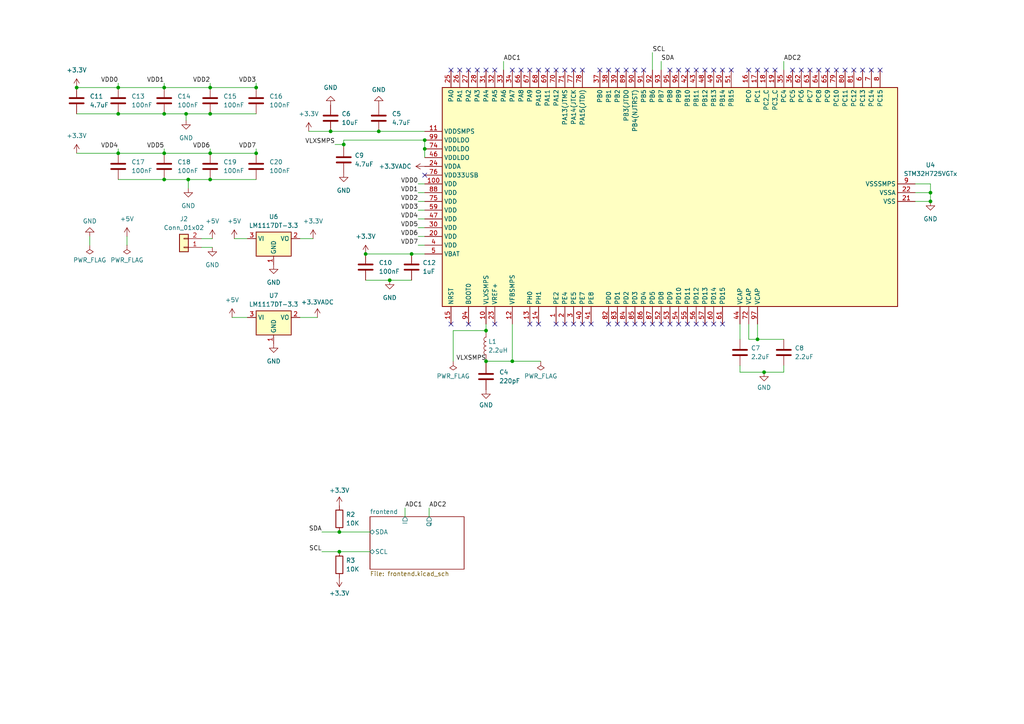
<source format=kicad_sch>
(kicad_sch (version 20230121) (generator eeschema)
  (paper "A4")
  (lib_symbols
    (symbol "Connector_Generic:Conn_01x02" (pin_names (offset 1.016) hide)
      (property "Reference" "J" (at 0 2.54 0))
      (property "Value" "Conn_01x02" (at 0 -5.08 0))
      (symbol "Conn_01x02_1_1"
        (rectangle (start -1.27 -2.413) (end 0 -2.667) (stroke (width 0.1524)))
        (rectangle (start -1.27 0.127) (end 0 -0.127) (stroke (width 0.1524)))
        (rectangle (start -1.27 1.27) (end 1.27 -3.81) (stroke (width 0.254)) (fill (type background)))
        (pin passive line (at -5.08 0 0) (length 3.81) (name "Pin_1") (number "1"))
        (pin passive line (at -5.08 -2.54 0) (length 3.81) (name "Pin_2") (number "2"))
      )
    )
    (symbol "Device:C" (pin_numbers hide) (pin_names (offset 0.254))
      (property "Reference" "C" (at 0.635 2.54 0))
      (property "Value" "C" (at 0.635 -2.54 0))
      (symbol "C_0_1"
        (polyline (pts (xy -2.032 -0.762) (xy 2.032 -0.762)) (stroke (width 0.508)))
        (polyline (pts (xy -2.032 0.762) (xy 2.032 0.762)) (stroke (width 0.508)))
      )
      (symbol "C_1_1"
        (pin passive line (at 0 3.81 270) (length 2.794) (name "~") (number "1"))
        (pin passive line (at 0 -3.81 90) (length 2.794) (name "~") (number "2"))
      )
    )
    (symbol "Device:L" (pin_numbers hide) (pin_names (offset 1.016) hide)
      (property "Reference" "L" (at -1.27 0 90))
      (property "Value" "L" (at 1.905 0 90))
      (symbol "L_0_1"
        (arc (start 0 -2.54) (mid 0.6323 -1.905) (end 0 -1.27))
        (arc (start 0 -1.27) (mid 0.6323 -0.635) (end 0 0))
        (arc (start 0 0) (mid 0.6323 0.635) (end 0 1.27))
        (arc (start 0 1.27) (mid 0.6323 1.905) (end 0 2.54))
      )
      (symbol "L_1_1"
        (pin passive line (at 0 3.81 270) (length 1.27) (name "1") (number "1"))
        (pin passive line (at 0 -3.81 90) (length 1.27) (name "2") (number "2"))
      )
    )
    (symbol "Device:R" (pin_numbers hide) (pin_names (offset 0))
      (property "Reference" "R" (at 2.032 0 90))
      (property "Value" "R" (at 0 0 90))
      (symbol "R_0_1"
        (rectangle (start -1.016 -2.54) (end 1.016 2.54) (stroke (width 0.254)))
      )
      (symbol "R_1_1"
        (pin passive line (at 0 3.81 270) (length 1.27) (name "~") (number "1"))
        (pin passive line (at 0 -3.81 90) (length 1.27) (name "~") (number "2"))
      )
    )
    (symbol "MCU_ST_STM32H7:STM32H725VGTx"
      (property "Reference" "U" (at -30.48 67.31 0))
      (property "Value" "STM32H725VGTx" (at 22.86 67.31 0))
      (symbol "STM32H725VGTx_0_1"
        (rectangle (start -30.48 -66.04) (end 33.02 66.04) (stroke (width 0.254)) (fill (type background)))
      )
      (symbol "STM32H725VGTx_1_1"
        (pin bidirectional line (at -35.56 33.02 0) (length 5.08) (name "PE2") (number "1"))
        (pin power_in line (at -35.56 53.34 0) (length 5.08) (name "VLXSMPS") (number "10"))
        (pin power_in line (at 5.08 71.12 270) (length 5.08) (name "VDD") (number "100"))
        (pin power_in line (at 20.32 71.12 270) (length 5.08) (name "VDDSMPS") (number "11"))
        (pin input line (at -35.56 45.72 0) (length 5.08) (name "VFBSMPS") (number "12"))
        (pin bidirectional line (at -35.56 40.64 0) (length 5.08) (name "PH0") (number "13"))
        (pin bidirectional line (at -35.56 38.1 0) (length 5.08) (name "PH1") (number "14"))
        (pin input line (at -35.56 63.5 0) (length 5.08) (name "NRST") (number "15"))
        (pin bidirectional line (at 38.1 -22.86 180) (length 5.08) (name "PC0") (number "16"))
        (pin bidirectional line (at 38.1 -25.4 180) (length 5.08) (name "PC1") (number "17"))
        (pin bidirectional line (at 38.1 -27.94 180) (length 5.08) (name "PC2_C") (number "18"))
        (pin bidirectional line (at 38.1 -30.48 180) (length 5.08) (name "PC3_C") (number "19"))
        (pin bidirectional line (at -35.56 30.48 0) (length 5.08) (name "PE4") (number "2"))
        (pin power_in line (at -10.16 71.12 270) (length 5.08) (name "VDD") (number "20"))
        (pin power_in line (at 0 -71.12 90) (length 5.08) (name "VSS") (number "21"))
        (pin power_in line (at 2.54 -71.12 90) (length 5.08) (name "VSSA") (number "22"))
        (pin input line (at -35.56 50.8 0) (length 5.08) (name "VREF+") (number "23"))
        (pin power_in line (at 10.16 71.12 270) (length 5.08) (name "VDDA") (number "24"))
        (pin bidirectional line (at 38.1 63.5 180) (length 5.08) (name "PA0") (number "25"))
        (pin bidirectional line (at 38.1 60.96 180) (length 5.08) (name "PA1") (number "26"))
        (pin bidirectional line (at 38.1 58.42 180) (length 5.08) (name "PA2") (number "27"))
        (pin bidirectional line (at 38.1 55.88 180) (length 5.08) (name "PA3") (number "28"))
        (pin passive line (at 0 -71.12 90) (length 5.08) hide (name "VSS") (number "29"))
        (pin bidirectional line (at -35.56 27.94 0) (length 5.08) (name "PE5") (number "3"))
        (pin power_in line (at -7.62 71.12 270) (length 5.08) (name "VDD") (number "30"))
        (pin bidirectional line (at 38.1 53.34 180) (length 5.08) (name "PA4") (number "31"))
        (pin bidirectional line (at 38.1 50.8 180) (length 5.08) (name "PA5") (number "32"))
        (pin bidirectional line (at 38.1 48.26 180) (length 5.08) (name "PA6") (number "33"))
        (pin bidirectional line (at 38.1 45.72 180) (length 5.08) (name "PA7") (number "34"))
        (pin bidirectional line (at 38.1 -33.02 180) (length 5.08) (name "PC4") (number "35"))
        (pin bidirectional line (at 38.1 -35.56 180) (length 5.08) (name "PC5") (number "36"))
        (pin bidirectional line (at 38.1 20.32 180) (length 5.08) (name "PB0") (number "37"))
        (pin bidirectional line (at 38.1 17.78 180) (length 5.08) (name "PB1") (number "38"))
        (pin bidirectional line (at 38.1 15.24 180) (length 5.08) (name "PB2") (number "39"))
        (pin power_in line (at -12.7 71.12 270) (length 5.08) (name "VDD") (number "4"))
        (pin bidirectional line (at -35.56 25.4 0) (length 5.08) (name "PE7") (number "40"))
        (pin bidirectional line (at -35.56 22.86 0) (length 5.08) (name "PE8") (number "41"))
        (pin bidirectional line (at 38.1 -5.08 180) (length 5.08) (name "PB10") (number "42"))
        (pin bidirectional line (at 38.1 -7.62 180) (length 5.08) (name "PB11") (number "43"))
        (pin power_out line (at -35.56 -20.32 0) (length 5.08) (name "VCAP") (number "44"))
        (pin passive line (at 0 -71.12 90) (length 5.08) hide (name "VSS") (number "45"))
        (pin power_in line (at 12.7 71.12 270) (length 5.08) (name "VDDLDO") (number "46"))
        (pin power_in line (at -5.08 71.12 270) (length 5.08) (name "VDD") (number "47"))
        (pin bidirectional line (at 38.1 -10.16 180) (length 5.08) (name "PB12") (number "48"))
        (pin bidirectional line (at 38.1 -12.7 180) (length 5.08) (name "PB13") (number "49"))
        (pin power_in line (at -15.24 71.12 270) (length 5.08) (name "VBAT") (number "5"))
        (pin bidirectional line (at 38.1 -15.24 180) (length 5.08) (name "PB14") (number "50"))
        (pin bidirectional line (at 38.1 -17.78 180) (length 5.08) (name "PB15") (number "51"))
        (pin bidirectional line (at -35.56 2.54 0) (length 5.08) (name "PD8") (number "52"))
        (pin bidirectional line (at -35.56 0 0) (length 5.08) (name "PD9") (number "53"))
        (pin bidirectional line (at -35.56 -2.54 0) (length 5.08) (name "PD10") (number "54"))
        (pin bidirectional line (at -35.56 -5.08 0) (length 5.08) (name "PD11") (number "55"))
        (pin bidirectional line (at -35.56 -7.62 0) (length 5.08) (name "PD12") (number "56"))
        (pin bidirectional line (at -35.56 -10.16 0) (length 5.08) (name "PD13") (number "57"))
        (pin passive line (at 0 -71.12 90) (length 5.08) hide (name "VSS") (number "58"))
        (pin power_in line (at -2.54 71.12 270) (length 5.08) (name "VDD") (number "59"))
        (pin bidirectional line (at 38.1 -55.88 180) (length 5.08) (name "PC13") (number "6"))
        (pin bidirectional line (at -35.56 -12.7 0) (length 5.08) (name "PD14") (number "60"))
        (pin bidirectional line (at -35.56 -15.24 0) (length 5.08) (name "PD15") (number "61"))
        (pin bidirectional line (at 38.1 -38.1 180) (length 5.08) (name "PC6") (number "62"))
        (pin bidirectional line (at 38.1 -40.64 180) (length 5.08) (name "PC7") (number "63"))
        (pin bidirectional line (at 38.1 -43.18 180) (length 5.08) (name "PC8") (number "64"))
        (pin bidirectional line (at 38.1 -45.72 180) (length 5.08) (name "PC9") (number "65"))
        (pin bidirectional line (at 38.1 43.18 180) (length 5.08) (name "PA8") (number "66"))
        (pin bidirectional line (at 38.1 40.64 180) (length 5.08) (name "PA9") (number "67"))
        (pin bidirectional line (at 38.1 38.1 180) (length 5.08) (name "PA10") (number "68"))
        (pin bidirectional line (at 38.1 35.56 180) (length 5.08) (name "PA11") (number "69"))
        (pin bidirectional line (at 38.1 -58.42 180) (length 5.08) (name "PC14") (number "7"))
        (pin bidirectional line (at 38.1 33.02 180) (length 5.08) (name "PA12") (number "70"))
        (pin bidirectional line (at 38.1 30.48 180) (length 5.08) (name "PA13(JTMS") (number "71"))
        (pin power_out line (at -35.56 -22.86 0) (length 5.08) (name "VCAP") (number "72"))
        (pin passive line (at 0 -71.12 90) (length 5.08) hide (name "VSS") (number "73"))
        (pin power_in line (at 15.24 71.12 270) (length 5.08) (name "VDDLDO") (number "74"))
        (pin power_in line (at 0 71.12 270) (length 5.08) (name "VDD") (number "75"))
        (pin power_in line (at 7.62 71.12 270) (length 5.08) (name "VDD33USB") (number "76"))
        (pin bidirectional line (at 38.1 27.94 180) (length 5.08) (name "PA14(JTCK") (number "77"))
        (pin bidirectional line (at 38.1 25.4 180) (length 5.08) (name "PA15(JTDI)") (number "78"))
        (pin bidirectional line (at 38.1 -48.26 180) (length 5.08) (name "PC10") (number "79"))
        (pin bidirectional line (at 38.1 -60.96 180) (length 5.08) (name "PC15") (number "8"))
        (pin bidirectional line (at 38.1 -50.8 180) (length 5.08) (name "PC11") (number "80"))
        (pin bidirectional line (at 38.1 -53.34 180) (length 5.08) (name "PC12") (number "81"))
        (pin bidirectional line (at -35.56 17.78 0) (length 5.08) (name "PD0") (number "82"))
        (pin bidirectional line (at -35.56 15.24 0) (length 5.08) (name "PD1") (number "83"))
        (pin bidirectional line (at -35.56 12.7 0) (length 5.08) (name "PD2") (number "84"))
        (pin bidirectional line (at -35.56 10.16 0) (length 5.08) (name "PD3") (number "85"))
        (pin bidirectional line (at -35.56 7.62 0) (length 5.08) (name "PD4") (number "86"))
        (pin bidirectional line (at -35.56 5.08 0) (length 5.08) (name "PD5") (number "87"))
        (pin power_in line (at 2.54 71.12 270) (length 5.08) (name "VDD") (number "88"))
        (pin bidirectional line (at 38.1 12.7 180) (length 5.08) (name "PB3(JTDO") (number "89"))
        (pin power_in line (at 5.08 -71.12 90) (length 5.08) (name "VSSSMPS") (number "9"))
        (pin bidirectional line (at 38.1 10.16 180) (length 5.08) (name "PB4(NJTRST)") (number "90"))
        (pin bidirectional line (at 38.1 7.62 180) (length 5.08) (name "PB5") (number "91"))
        (pin bidirectional line (at 38.1 5.08 180) (length 5.08) (name "PB6") (number "92"))
        (pin bidirectional line (at 38.1 2.54 180) (length 5.08) (name "PB7") (number "93"))
        (pin input line (at -35.56 58.42 0) (length 5.08) (name "BOOT0") (number "94"))
        (pin bidirectional line (at 38.1 0 180) (length 5.08) (name "PB8") (number "95"))
        (pin bidirectional line (at 38.1 -2.54 180) (length 5.08) (name "PB9") (number "96"))
        (pin power_out line (at -35.56 -25.4 0) (length 5.08) (name "VCAP") (number "97"))
        (pin passive line (at 0 -71.12 90) (length 5.08) hide (name "VSS") (number "98"))
        (pin power_in line (at 17.78 71.12 270) (length 5.08) (name "VDDLDO") (number "99"))
      )
    )
    (symbol "Regulator_Linear:LM1117DT-3.3"
      (property "Reference" "U" (at -3.81 3.175 0))
      (property "Value" "LM1117DT-3.3" (at 0 3.175 0))
      (symbol "LM1117DT-3.3_0_1"
        (rectangle (start -5.08 -5.08) (end 5.08 1.905) (stroke (width 0.254)) (fill (type background)))
      )
      (symbol "LM1117DT-3.3_1_1"
        (pin power_in line (at 0 -7.62 90) (length 2.54) (name "GND") (number "1"))
        (pin power_out line (at 7.62 0 180) (length 2.54) (name "VO") (number "2"))
        (pin power_in line (at -7.62 0 0) (length 2.54) (name "VI") (number "3"))
      )
    )
    (symbol "power:+3.3V" (power) (pin_names (offset 0))
      (property "Value" "+3.3V" (at 0 3.556 0))
      (symbol "+3.3V_0_1"
        (polyline (pts (xy -0.762 1.27) (xy 0 2.54)))
        (polyline (pts (xy 0 0) (xy 0 2.54)))
        (polyline (pts (xy 0 2.54) (xy 0.762 1.27)))
      )
      (symbol "+3.3V_1_1"
        (pin power_in line (at 0 0 90) (length 0) hide (name "+3.3V") (number "1"))
      )
    )
    (symbol "power:+3.3VADC" (power) (pin_names (offset 0))
      (property "Value" "+3.3VADC" (at 0 2.54 0))
      (symbol "+3.3VADC_0_0"
        (pin power_in line (at 0 0 90) (length 0) hide (name "+3.3VADC") (number "1"))
      )
      (symbol "+3.3VADC_0_1"
        (polyline (pts (xy -0.762 1.27) (xy 0 2.54)))
        (polyline (pts (xy 0 0) (xy 0 2.54)))
        (polyline (pts (xy 0 2.54) (xy 0.762 1.27)))
      )
    )
    (symbol "power:+5V" (power) (pin_names (offset 0))
      (property "Value" "+5V" (at 0 3.556 0))
      (symbol "+5V_0_1"
        (polyline (pts (xy -0.762 1.27) (xy 0 2.54)))
        (polyline (pts (xy 0 0) (xy 0 2.54)))
        (polyline (pts (xy 0 2.54) (xy 0.762 1.27)))
      )
      (symbol "+5V_1_1"
        (pin power_in line (at 0 0 90) (length 0) hide (name "+5V") (number "1"))
      )
    )
    (symbol "power:GND" (power) (pin_names (offset 0))
      (property "Value" "GND" (at 0 -3.81 0))
      (symbol "GND_0_1"
        (polyline (pts (xy 0 0) (xy 0 -1.27) (xy 1.27 -1.27) (xy 0 -2.54) (xy -1.27 -1.27) (xy 0 -1.27)))
      )
      (symbol "GND_1_1"
        (pin power_in line (at 0 0 270) (length 0) hide (name "GND") (number "1"))
      )
    )
    (symbol "power:PWR_FLAG" (power) (pin_numbers hide) (pin_names (offset 0) hide)
      (property "Value" "PWR_FLAG" (at 0 3.81 0))
      (symbol "PWR_FLAG_0_0"
        (pin power_out line (at 0 0 90) (length 0) (name "pwr") (number "1"))
      )
      (symbol "PWR_FLAG_0_1"
        (polyline (pts (xy 0 0) (xy 0 1.27) (xy -1.016 1.905) (xy 0 2.54) (xy 1.016 1.905) (xy 0 1.27)))
      )
    )
  )
  (junction (at 140.97 104.775))
  (junction (at 47.625 44.45))
  (junction (at 34.29 33.02))
  (junction (at 60.96 25.4))
  (junction (at 95.885 38.1))
  (junction (at 54.61 52.07))
  (junction (at 219.71 98.425))
  (junction (at 98.425 154.305))
  (junction (at 113.03 81.28))
  (junction (at 99.695 41.91))
  (junction (at 47.625 52.07))
  (junction (at 74.295 44.45))
  (junction (at 74.295 25.4))
  (junction (at 47.625 33.02))
  (junction (at 221.615 107.95))
  (junction (at 22.225 25.4))
  (junction (at 60.96 33.02))
  (junction (at 60.96 44.45))
  (junction (at 60.96 52.07))
  (junction (at 34.29 44.45))
  (junction (at 47.625 25.4))
  (junction (at 106.045 73.66))
  (junction (at 53.975 33.02))
  (junction (at 148.59 104.775))
  (junction (at 123.19 43.18))
  (junction (at 123.19 40.64))
  (junction (at 140.97 95.885))
  (junction (at 98.425 160.02))
  (junction (at 269.875 55.88))
  (junction (at 119.38 73.66))
  (junction (at 34.29 25.4))
  (junction (at 269.875 58.42))
  (junction (at 109.855 38.1))
  (no_connect (at 186.69 20.32))
  (no_connect (at 199.39 93.98))
  (no_connect (at 207.01 93.98))
  (no_connect (at 194.31 93.98))
  (no_connect (at 189.23 93.98))
  (no_connect (at 204.47 93.98))
  (no_connect (at 133.35 20.32))
  (no_connect (at 173.99 20.32))
  (no_connect (at 194.31 20.32))
  (no_connect (at 153.67 20.32))
  (no_connect (at 222.25 20.32))
  (no_connect (at 179.07 20.32))
  (no_connect (at 234.95 20.32))
  (no_connect (at 176.53 20.32))
  (no_connect (at 168.91 20.32))
  (no_connect (at 212.09 20.32))
  (no_connect (at 163.83 20.32))
  (no_connect (at 209.55 20.32))
  (no_connect (at 184.15 20.32))
  (no_connect (at 135.89 20.32))
  (no_connect (at 171.45 93.98))
  (no_connect (at 199.39 20.32))
  (no_connect (at 229.87 20.32))
  (no_connect (at 161.29 93.98))
  (no_connect (at 140.97 20.32))
  (no_connect (at 240.03 20.32))
  (no_connect (at 247.65 20.32))
  (no_connect (at 184.15 93.98))
  (no_connect (at 153.67 93.98))
  (no_connect (at 191.77 93.98))
  (no_connect (at 196.85 20.32))
  (no_connect (at 181.61 93.98))
  (no_connect (at 156.21 93.98))
  (no_connect (at 181.61 20.32))
  (no_connect (at 156.21 20.32))
  (no_connect (at 143.51 93.98))
  (no_connect (at 245.11 20.32))
  (no_connect (at 130.81 93.98))
  (no_connect (at 201.93 93.98))
  (no_connect (at 176.53 93.98))
  (no_connect (at 143.51 20.32))
  (no_connect (at 135.89 93.98))
  (no_connect (at 130.81 20.32))
  (no_connect (at 151.13 20.32))
  (no_connect (at 163.83 93.98))
  (no_connect (at 138.43 20.32))
  (no_connect (at 217.17 20.32))
  (no_connect (at 166.37 93.98))
  (no_connect (at 179.07 93.98))
  (no_connect (at 255.27 20.32))
  (no_connect (at 237.49 20.32))
  (no_connect (at 161.29 20.32))
  (no_connect (at 204.47 20.32))
  (no_connect (at 250.19 20.32))
  (no_connect (at 252.73 20.32))
  (no_connect (at 196.85 93.98))
  (no_connect (at 207.01 20.32))
  (no_connect (at 209.55 93.98))
  (no_connect (at 224.79 20.32))
  (no_connect (at 242.57 20.32))
  (no_connect (at 158.75 20.32))
  (no_connect (at 168.91 93.98))
  (no_connect (at 166.37 20.32))
  (no_connect (at 219.71 20.32))
  (no_connect (at 232.41 20.32))
  (no_connect (at 201.93 20.32))
  (no_connect (at 123.19 50.8))
  (no_connect (at 148.59 20.32))
  (no_connect (at 186.69 93.98))
  (wire (pts (xy 97.155 41.91) (xy 99.695 41.91)))
  (wire (pts (xy 22.225 44.45) (xy 34.29 44.45)))
  (wire (pts (xy 98.425 160.02) (xy 107.315 160.02)))
  (wire (pts (xy 34.29 44.45) (xy 47.625 44.45)))
  (wire (pts (xy 74.295 43.18) (xy 74.295 44.45)))
  (wire (pts (xy 47.625 43.18) (xy 47.625 44.45)))
  (wire (pts (xy 54.61 52.07) (xy 54.61 54.61)))
  (wire (pts (xy 36.83 68.58) (xy 36.83 71.12)))
  (wire (pts (xy 113.03 81.28) (xy 119.38 81.28)))
  (wire (pts (xy 148.59 93.98) (xy 148.59 104.775)))
  (wire (pts (xy 99.695 41.91) (xy 99.695 42.545)))
  (wire (pts (xy 34.29 24.13) (xy 34.29 25.4)))
  (wire (pts (xy 140.97 104.14) (xy 140.97 104.775)))
  (wire (pts (xy 47.625 52.07) (xy 54.61 52.07)))
  (wire (pts (xy 117.475 147.32) (xy 117.475 149.86)))
  (wire (pts (xy 227.33 106.045) (xy 227.33 107.95)))
  (wire (pts (xy 67.31 92.075) (xy 71.755 92.075)))
  (wire (pts (xy 34.29 33.02) (xy 47.625 33.02)))
  (wire (pts (xy 109.855 38.1) (xy 123.19 38.1)))
  (wire (pts (xy 121.285 60.96) (xy 123.19 60.96)))
  (wire (pts (xy 131.445 95.885) (xy 140.97 95.885)))
  (wire (pts (xy 60.96 43.18) (xy 60.96 44.45)))
  (wire (pts (xy 148.59 104.775) (xy 140.97 104.775)))
  (wire (pts (xy 219.71 98.425) (xy 227.33 98.425)))
  (wire (pts (xy 148.59 104.775) (xy 156.845 104.775)))
  (wire (pts (xy 47.625 44.45) (xy 60.96 44.45)))
  (wire (pts (xy 34.29 25.4) (xy 47.625 25.4)))
  (wire (pts (xy 227.33 17.78) (xy 227.33 20.32)))
  (wire (pts (xy 22.225 25.4) (xy 34.29 25.4)))
  (wire (pts (xy 214.63 107.95) (xy 221.615 107.95)))
  (wire (pts (xy 121.285 68.58) (xy 123.19 68.58)))
  (wire (pts (xy 60.96 44.45) (xy 74.295 44.45)))
  (wire (pts (xy 86.995 92.075) (xy 92.075 92.075)))
  (wire (pts (xy 47.625 24.13) (xy 47.625 25.4)))
  (wire (pts (xy 269.875 55.88) (xy 269.875 58.42)))
  (wire (pts (xy 106.045 81.28) (xy 113.03 81.28)))
  (wire (pts (xy 53.975 33.02) (xy 53.975 34.925)))
  (wire (pts (xy 60.96 24.13) (xy 60.96 25.4)))
  (wire (pts (xy 34.29 43.18) (xy 34.29 44.45)))
  (wire (pts (xy 121.285 55.88) (xy 123.19 55.88)))
  (wire (pts (xy 93.345 154.305) (xy 98.425 154.305)))
  (wire (pts (xy 74.295 24.13) (xy 74.295 25.4)))
  (wire (pts (xy 119.38 73.66) (xy 123.19 73.66)))
  (wire (pts (xy 191.77 17.78) (xy 191.77 20.32)))
  (wire (pts (xy 47.625 25.4) (xy 60.96 25.4)))
  (wire (pts (xy 146.05 17.78) (xy 146.05 20.32)))
  (wire (pts (xy 121.285 63.5) (xy 123.19 63.5)))
  (wire (pts (xy 140.97 93.98) (xy 140.97 95.885)))
  (wire (pts (xy 265.43 58.42) (xy 269.875 58.42)))
  (wire (pts (xy 99.695 40.64) (xy 99.695 41.91)))
  (wire (pts (xy 89.535 38.1) (xy 95.885 38.1)))
  (wire (pts (xy 140.97 104.775) (xy 140.97 105.41)))
  (wire (pts (xy 26.035 68.58) (xy 26.035 71.12)))
  (wire (pts (xy 60.96 52.07) (xy 74.295 52.07)))
  (wire (pts (xy 106.045 73.66) (xy 119.38 73.66)))
  (wire (pts (xy 54.61 52.07) (xy 60.96 52.07)))
  (wire (pts (xy 140.97 95.885) (xy 140.97 96.52)))
  (wire (pts (xy 121.285 66.04) (xy 123.19 66.04)))
  (wire (pts (xy 58.42 69.215) (xy 61.595 69.215)))
  (wire (pts (xy 123.19 43.18) (xy 123.19 45.72)))
  (wire (pts (xy 121.285 58.42) (xy 123.19 58.42)))
  (wire (pts (xy 67.945 69.215) (xy 71.755 69.215)))
  (wire (pts (xy 219.71 93.98) (xy 219.71 98.425)))
  (wire (pts (xy 265.43 55.88) (xy 269.875 55.88)))
  (wire (pts (xy 217.17 98.425) (xy 217.17 93.98)))
  (wire (pts (xy 189.23 15.24) (xy 189.23 20.32)))
  (wire (pts (xy 60.96 25.4) (xy 74.295 25.4)))
  (wire (pts (xy 221.615 107.95) (xy 227.33 107.95)))
  (wire (pts (xy 34.29 52.07) (xy 47.625 52.07)))
  (wire (pts (xy 95.885 38.1) (xy 109.855 38.1)))
  (wire (pts (xy 214.63 106.045) (xy 214.63 107.95)))
  (wire (pts (xy 60.96 33.02) (xy 74.295 33.02)))
  (wire (pts (xy 47.625 33.02) (xy 53.975 33.02)))
  (wire (pts (xy 121.285 53.34) (xy 123.19 53.34)))
  (wire (pts (xy 58.42 71.755) (xy 61.595 71.755)))
  (wire (pts (xy 131.445 104.775) (xy 131.445 95.885)))
  (wire (pts (xy 98.425 154.305) (xy 107.315 154.305)))
  (wire (pts (xy 217.17 98.425) (xy 219.71 98.425)))
  (wire (pts (xy 99.695 40.64) (xy 123.19 40.64)))
  (wire (pts (xy 93.345 160.02) (xy 98.425 160.02)))
  (wire (pts (xy 214.63 93.98) (xy 214.63 98.425)))
  (wire (pts (xy 22.225 33.02) (xy 34.29 33.02)))
  (wire (pts (xy 265.43 53.34) (xy 269.875 53.34)))
  (wire (pts (xy 53.975 33.02) (xy 60.96 33.02)))
  (wire (pts (xy 86.995 69.215) (xy 90.805 69.215)))
  (wire (pts (xy 124.46 147.32) (xy 124.46 149.86)))
  (wire (pts (xy 121.285 71.12) (xy 123.19 71.12)))
  (wire (pts (xy 269.875 53.34) (xy 269.875 55.88)))
  (wire (pts (xy 123.19 40.64) (xy 123.19 43.18)))
  (label "SDA" (at 93.345 154.305 180))
  (label "VDD0" (at 34.29 24.13 180))
  (label "VDD7" (at 74.295 43.18 180))
  (label "VDD4" (at 121.285 63.5 180))
  (label "VDD0" (at 121.285 53.34 180))
  (label "SCL" (at 189.23 15.24 0))
  (label "VDD1" (at 47.625 24.13 180))
  (label "VDD5" (at 47.625 43.18 180))
  (label "VDD2" (at 121.285 58.42 180))
  (label "VDD3" (at 74.295 24.13 180))
  (label "ADC1" (at 146.05 17.78 0))
  (label "SCL" (at 93.345 160.02 180))
  (label "VDD2" (at 60.96 24.13 180))
  (label "SDA" (at 191.77 17.78 0))
  (label "VDD3" (at 121.285 60.96 180))
  (label "VDD5" (at 121.285 66.04 180))
  (label "VDD7" (at 121.285 71.12 180))
  (label "VLXSMPS" (at 140.97 104.775 180))
  (label "ADC2" (at 227.33 17.78 0))
  (label "VLXSMPS" (at 97.155 41.91 180))
  (label "VDD1" (at 121.285 55.88 180))
  (label "ADC2" (at 124.46 147.32 0))
  (label "VDD6" (at 60.96 43.18 180))
  (label "ADC1" (at 117.475 147.32 0))
  (label "VDD4" (at 34.29 43.18 180))
  (label "VDD6" (at 121.285 68.58 180))
  (symbol (lib_id "power:GND") (at 54.61 54.61 0) (unit 1)
    (property "Reference" "#PWR024" (effects hide))
    (property "Value" "GND" (at 54.61 59.69 0))
  )
  (symbol (lib_id "Regulator_Linear:LM1117DT-3.3") (at 79.375 92.075 0) (unit 1)
    (property "Reference" "U7" (at 79.375 85.725 0))
    (property "Value" "LM1117DT-3.3" (at 79.375 88.265 0))
    (property "Footprint" "Package_TO_SOT_SMD:TO-252-3_TabPin2" (effects hide))
    (property "Datasheet" "http://www.ti.com/lit/ds/symlink/lm1117.pdf" (effects hide))
  )
  (symbol (lib_id "power:PWR_FLAG") (at 156.845 104.775 180) (unit 1)
    (property "Reference" "#FLG03" (effects hide))
    (property "Value" "PWR_FLAG" (at 156.845 109.093 0))
  )
  (symbol (lib_id "Device:R") (at 98.425 163.83 0) (unit 1)
    (property "Reference" "R3" (at 100.33 162.56 0) (effects (justify left)))
    (property "Value" "10K" (at 100.33 165.1 0) (effects (justify left)))
  )
  (symbol (lib_id "power:GND") (at 269.875 58.42 0) (unit 1)
    (property "Reference" "#PWR014" (effects hide))
    (property "Value" "GND" (at 269.875 63.5 0))
  )
  (symbol (lib_id "power:+3.3V") (at 89.535 38.1 0) (unit 1)
    (property "Reference" "#PWR016" (effects hide))
    (property "Value" "+3.3V" (at 89.535 33.02 0))
  )
  (symbol (lib_id "Device:C") (at 34.29 48.26 0) (unit 1)
    (property "Reference" "C17" (at 38.1 46.99 0) (effects (justify left)))
    (property "Value" "100nF" (at 38.1 49.53 0) (effects (justify left)))
  )
  (symbol (lib_id "power:+5V") (at 67.945 69.215 0) (unit 1)
    (property "Reference" "#PWR029" (effects hide))
    (property "Value" "+5V" (at 67.945 64.135 0))
  )
  (symbol (lib_id "power:GND") (at 140.97 113.03 0) (unit 1)
    (property "Reference" "#PWR019" (effects hide))
    (property "Value" "GND" (at 140.97 117.475 0))
  )
  (symbol (lib_id "Device:R") (at 98.425 150.495 0) (unit 1)
    (property "Reference" "R2" (at 100.33 149.225 0) (effects (justify left)))
    (property "Value" "10K" (at 100.33 151.765 0) (effects (justify left)))
  )
  (symbol (lib_id "Device:C") (at 74.295 29.21 0) (unit 1)
    (property "Reference" "C16" (at 78.105 27.94 0) (effects (justify left)))
    (property "Value" "100nF" (at 78.105 30.48 0) (effects (justify left)))
  )
  (symbol (lib_id "Device:C") (at 95.885 34.29 0) (unit 1)
    (property "Reference" "C6" (at 99.06 33.02 0) (effects (justify left)))
    (property "Value" "10uF" (at 99.06 35.56 0) (effects (justify left)))
  )
  (symbol (lib_id "power:+5V") (at 36.83 68.58 0) (unit 1)
    (property "Reference" "#PWR030" (effects hide))
    (property "Value" "+5V" (at 36.83 63.5 0))
  )
  (symbol (lib_id "Device:C") (at 74.295 48.26 0) (unit 1)
    (property "Reference" "C20" (at 78.105 46.99 0) (effects (justify left)))
    (property "Value" "100nF" (at 78.105 49.53 0) (effects (justify left)))
  )
  (symbol (lib_id "power:GND") (at 53.975 34.925 0) (unit 1)
    (property "Reference" "#PWR037" (effects hide))
    (property "Value" "GND" (at 53.975 40.005 0))
  )
  (symbol (lib_id "power:+3.3VADC") (at 123.19 48.26 90) (unit 1)
    (property "Reference" "#PWR013" (effects hide))
    (property "Value" "+3.3VADC" (at 119.38 48.26 90) (effects (justify left)))
  )
  (symbol (lib_id "Device:C") (at 109.855 34.29 0) (unit 1)
    (property "Reference" "C5" (at 113.665 33.02 0) (effects (justify left)))
    (property "Value" "4.7uF" (at 113.665 35.56 0) (effects (justify left)))
  )
  (symbol (lib_id "Device:C") (at 119.38 77.47 0) (unit 1)
    (property "Reference" "C12" (at 122.555 76.2 0) (effects (justify left)))
    (property "Value" "1uF" (at 122.555 78.74 0) (effects (justify left)))
  )
  (symbol (lib_id "power:GND") (at 99.695 50.165 0) (unit 1)
    (property "Reference" "#PWR022" (effects hide))
    (property "Value" "GND" (at 99.695 55.245 0))
  )
  (symbol (lib_id "Device:C") (at 227.33 102.235 0) (unit 1)
    (property "Reference" "C8" (at 230.505 100.965 0) (effects (justify left)))
    (property "Value" "2.2uF" (at 230.505 103.505 0) (effects (justify left)))
  )
  (symbol (lib_id "Device:C") (at 60.96 48.26 0) (unit 1)
    (property "Reference" "C19" (at 64.77 46.99 0) (effects (justify left)))
    (property "Value" "100nF" (at 64.77 49.53 0) (effects (justify left)))
  )
  (symbol (lib_id "power:GND") (at 109.855 30.48 180) (unit 1)
    (property "Reference" "#PWR018" (effects hide))
    (property "Value" "GND" (at 109.855 26.035 0))
  )
  (symbol (lib_id "Device:C") (at 47.625 48.26 0) (unit 1)
    (property "Reference" "C18" (at 51.435 46.99 0) (effects (justify left)))
    (property "Value" "100nF" (at 51.435 49.53 0) (effects (justify left)))
  )
  (symbol (lib_id "power:GND") (at 95.885 30.48 180) (unit 1)
    (property "Reference" "#PWR017" (effects hide))
    (property "Value" "GND" (at 95.885 25.4 0))
  )
  (symbol (lib_id "Device:C") (at 106.045 77.47 0) (unit 1)
    (property "Reference" "C10" (at 109.855 76.2 0) (effects (justify left)))
    (property "Value" "100nF" (at 109.855 78.74 0) (effects (justify left)))
  )
  (symbol (lib_id "Device:C") (at 214.63 102.235 0) (unit 1)
    (property "Reference" "C7" (at 217.805 100.965 0) (effects (justify left)))
    (property "Value" "2.2uF" (at 217.805 103.505 0) (effects (justify left)))
  )
  (symbol (lib_id "power:+3.3V") (at 22.225 44.45 0) (unit 1)
    (property "Reference" "#PWR026" (effects hide))
    (property "Value" "+3.3V" (at 22.225 39.37 0))
  )
  (symbol (lib_id "Device:C") (at 34.29 29.21 0) (unit 1)
    (property "Reference" "C13" (at 38.1 27.94 0) (effects (justify left)))
    (property "Value" "100nF" (at 38.1 30.48 0) (effects (justify left)))
  )
  (symbol (lib_id "power:+3.3V") (at 98.425 146.685 0) (unit 1)
    (property "Reference" "#PWR031" (effects hide))
    (property "Value" "+3.3V" (at 98.425 142.24 0))
  )
  (symbol (lib_id "power:+5V") (at 61.595 69.215 0) (unit 1)
    (property "Reference" "#PWR028" (effects hide))
    (property "Value" "+5V" (at 61.595 64.135 0))
  )
  (symbol (lib_id "power:PWR_FLAG") (at 131.445 104.775 180) (unit 1)
    (property "Reference" "#FLG04" (effects hide))
    (property "Value" "PWR_FLAG" (at 131.445 109.093 0))
  )
  (symbol (lib_id "power:GND") (at 221.615 107.95 0) (unit 1)
    (property "Reference" "#PWR021" (effects hide))
    (property "Value" "GND" (at 221.615 112.395 0))
  )
  (symbol (lib_id "power:GND") (at 79.375 99.695 0) (unit 1)
    (property "Reference" "#PWR034" (effects hide))
    (property "Value" "GND" (at 79.375 104.775 0))
  )
  (symbol (lib_id "power:GND") (at 61.595 71.755 0) (unit 1)
    (property "Reference" "#PWR027" (effects hide))
    (property "Value" "GND" (at 61.595 76.835 0))
  )
  (symbol (lib_id "power:PWR_FLAG") (at 26.035 71.12 180) (unit 1)
    (property "Reference" "#FLG02" (effects hide))
    (property "Value" "PWR_FLAG" (at 26.035 75.438 0))
  )
  (symbol (lib_id "Device:C") (at 60.96 29.21 0) (unit 1)
    (property "Reference" "C15" (at 64.77 27.94 0) (effects (justify left)))
    (property "Value" "100nF" (at 64.77 30.48 0) (effects (justify left)))
  )
  (symbol (lib_id "MCU_ST_STM32H7:STM32H725VGTx") (at 194.31 58.42 90) (unit 1)
    (property "Reference" "U4" (at 269.875 47.8439 90))
    (property "Value" "STM32H725VGTx" (at 269.875 50.3839 90))
    (property "Footprint" "Package_QFP:LQFP-100_14x14mm_P0.5mm" (effects hide))
    (property "Datasheet" "https://www.st.com/resource/en/datasheet/stm32h725vg.pdf" (effects hide))
  )
  (symbol (lib_id "power:PWR_FLAG") (at 36.83 71.12 180) (unit 1)
    (property "Reference" "#FLG01" (effects hide))
    (property "Value" "PWR_FLAG" (at 36.83 75.438 0))
  )
  (symbol (lib_id "Device:C") (at 140.97 109.22 0) (unit 1)
    (property "Reference" "C4" (at 144.78 107.95 0) (effects (justify left)))
    (property "Value" "220pF" (at 144.78 110.49 0) (effects (justify left)))
  )
  (symbol (lib_id "Regulator_Linear:LM1117DT-3.3") (at 79.375 69.215 0) (unit 1)
    (property "Reference" "U6" (at 79.375 62.865 0))
    (property "Value" "LM1117DT-3.3" (at 79.375 65.405 0))
    (property "Footprint" "Package_TO_SOT_SMD:TO-252-3_TabPin2" (effects hide))
    (property "Datasheet" "http://www.ti.com/lit/ds/symlink/lm1117.pdf" (effects hide))
  )
  (symbol (lib_id "Device:C") (at 22.225 29.21 0) (unit 1)
    (property "Reference" "C11" (at 26.035 27.94 0) (effects (justify left)))
    (property "Value" "4.7uF" (at 26.035 30.48 0) (effects (justify left)))
  )
  (symbol (lib_id "Device:L") (at 140.97 100.33 180) (unit 1)
    (property "Reference" "L1" (at 141.605 99.06 0) (effects (justify right)))
    (property "Value" "2.2uH" (at 141.605 101.6 0) (effects (justify right)))
  )
  (symbol (lib_id "power:+3.3V") (at 98.425 167.64 180) (unit 1)
    (property "Reference" "#PWR032" (effects hide))
    (property "Value" "+3.3V" (at 98.425 172.085 0))
  )
  (symbol (lib_id "power:GND") (at 113.03 81.28 0) (unit 1)
    (property "Reference" "#PWR023" (effects hide))
    (property "Value" "GND" (at 113.03 86.36 0))
  )
  (symbol (lib_id "Device:C") (at 47.625 29.21 0) (unit 1)
    (property "Reference" "C14" (at 51.435 27.94 0) (effects (justify left)))
    (property "Value" "100nF" (at 51.435 30.48 0) (effects (justify left)))
  )
  (symbol (lib_id "power:+3.3V") (at 22.225 25.4 0) (unit 1)
    (property "Reference" "#PWR025" (effects hide))
    (property "Value" "+3.3V" (at 22.225 20.32 0))
  )
  (symbol (lib_id "power:+5V") (at 67.31 92.075 0) (unit 1)
    (property "Reference" "#PWR033" (effects hide))
    (property "Value" "+5V" (at 67.31 86.995 0))
  )
  (symbol (lib_id "Device:C") (at 99.695 46.355 0) (unit 1)
    (property "Reference" "C9" (at 102.87 45.085 0) (effects (justify left)))
    (property "Value" "4.7uF" (at 102.87 47.625 0) (effects (justify left)))
  )
  (symbol (lib_id "power:+3.3V") (at 106.045 73.66 0) (unit 1)
    (property "Reference" "#PWR015" (effects hide))
    (property "Value" "+3.3V" (at 106.045 68.58 0))
  )
  (symbol (lib_id "power:GND") (at 26.035 68.58 180) (unit 1)
    (property "Reference" "#PWR036" (effects hide))
    (property "Value" "GND" (at 26.035 64.135 0))
  )
  (symbol (lib_id "power:+3.3VADC") (at 92.075 92.075 0) (unit 1)
    (property "Reference" "#PWR035" (effects hide))
    (property "Value" "+3.3VADC" (at 92.075 87.63 0))
  )
  (symbol (lib_id "Connector_Generic:Conn_01x02") (at 53.34 71.755 180) (unit 1)
    (property "Reference" "J2" (at 53.34 63.5 0))
    (property "Value" "Conn_01x02" (at 53.34 66.04 0))
  )
  (symbol (lib_id "power:+3.3V") (at 90.805 69.215 0) (unit 1)
    (property "Reference" "#PWR020" (effects hide))
    (property "Value" "+3.3V" (at 90.805 64.135 0))
  )
  (symbol (lib_id "power:GND") (at 79.375 76.835 0) (unit 1)
    (property "Reference" "#PWR012" (effects hide))
    (property "Value" "GND" (at 79.375 81.915 0))
  )
  (sheet (at 107.315 149.86) (size 27.305 15.24) (stroke (width 0.1524))
    (property "Sheetname" "frontend" (at 107.315 149.1484 0) (effects (justify left bottom)))
    (property "Sheetfile" "frontend.kicad_sch" (at 107.315 165.6846 0) (effects (justify left top)))
    (pin "I" output (at 117.475 149.86 90))
    (pin "Q" output (at 124.46 149.86 90))
    (pin "SDA" bidirectional (at 107.315 154.305 180))
    (pin "SCL" bidirectional (at 107.315 160.02 180))
  )
)
</source>
